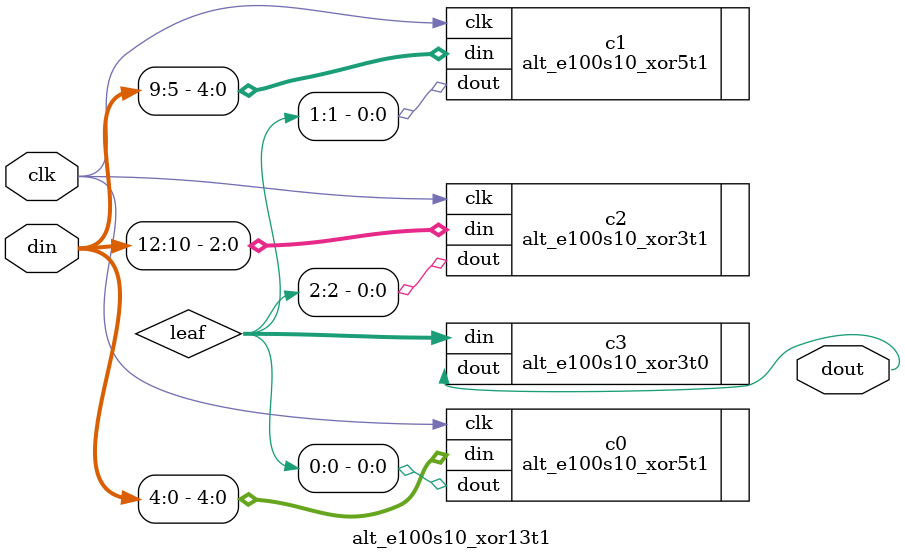
<source format=v>




`timescale 1ps/1ps

// DESCRIPTION
// 13 input XOR gate.  Latency 1.
// Generated by one of Gregg's toys.   Share And Enjoy.

module alt_e100s10_xor13t1 #(
    parameter SIM_EMULATE = 1'b0
) (
    input clk,
    input [12:0] din,
    output dout
);

wire [2:0] leaf;

alt_e100s10_xor5t1 c0 (
    .clk(clk),
    .din(din[4:0]),
    .dout(leaf[0])
);
defparam c0 .SIM_EMULATE = SIM_EMULATE;

alt_e100s10_xor5t1 c1 (
    .clk(clk),
    .din(din[9:5]),
    .dout(leaf[1])
);
defparam c1 .SIM_EMULATE = SIM_EMULATE;

alt_e100s10_xor3t1 c2 (
    .clk(clk),
    .din(din[12:10]),
    .dout(leaf[2])
);
defparam c2 .SIM_EMULATE = SIM_EMULATE;

alt_e100s10_xor3t0 c3 (
    .din(leaf),
    .dout(dout)
);
defparam c3 .SIM_EMULATE = SIM_EMULATE;

endmodule


</source>
